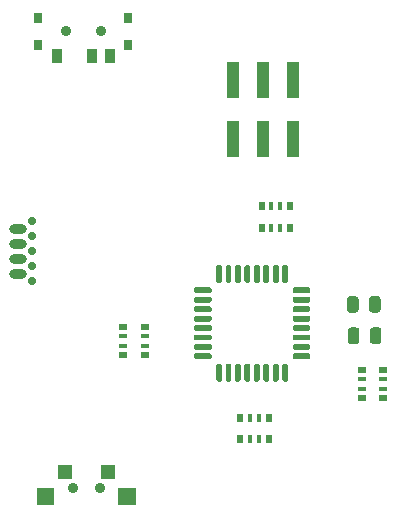
<source format=gbr>
%TF.GenerationSoftware,KiCad,Pcbnew,(5.99.0-2031-g4c5f3cb5b)*%
%TF.CreationDate,2020-06-28T22:12:08-05:00*%
%TF.ProjectId,InfinityMirrorSquare,496e6669-6e69-4747-994d-6972726f7253,rev?*%
%TF.SameCoordinates,Original*%
%TF.FileFunction,Soldermask,Bot*%
%TF.FilePolarity,Negative*%
%FSLAX46Y46*%
G04 Gerber Fmt 4.6, Leading zero omitted, Abs format (unit mm)*
G04 Created by KiCad (PCBNEW (5.99.0-2031-g4c5f3cb5b)) date 2020-06-28 22:12:08*
%MOMM*%
%LPD*%
G01*
G04 APERTURE LIST*
%ADD10R,1.000000X3.150000*%
%ADD11C,0.900000*%
%ADD12R,0.900000X1.250000*%
%ADD13R,0.800000X0.900000*%
%ADD14R,1.200000X1.200000*%
%ADD15R,0.800000X0.500000*%
%ADD16R,0.800000X0.400000*%
%ADD17R,0.500000X0.800000*%
%ADD18R,0.400000X0.800000*%
%ADD19C,0.700000*%
%ADD20O,1.500000X0.800000*%
G04 APERTURE END LIST*
D10*
%TO.C,J1*%
X113040000Y-42525000D03*
X113040000Y-37475000D03*
X110500000Y-42525000D03*
X110500000Y-37475000D03*
X107960000Y-42525000D03*
X107960000Y-37475000D03*
%TD*%
%TO.C,U1*%
G36*
G01*
X112587500Y-53300000D02*
X112587500Y-54550000D01*
G75*
G02*
X112462500Y-54675000I-125000J0D01*
G01*
X112212500Y-54675000D01*
G75*
G02*
X112087500Y-54550000I0J125000D01*
G01*
X112087500Y-53300000D01*
G75*
G02*
X112212500Y-53175000I125000J0D01*
G01*
X112462500Y-53175000D01*
G75*
G02*
X112587500Y-53300000I0J-125000D01*
G01*
G37*
G36*
G01*
X111787500Y-53300000D02*
X111787500Y-54550000D01*
G75*
G02*
X111662500Y-54675000I-125000J0D01*
G01*
X111412500Y-54675000D01*
G75*
G02*
X111287500Y-54550000I0J125000D01*
G01*
X111287500Y-53300000D01*
G75*
G02*
X111412500Y-53175000I125000J0D01*
G01*
X111662500Y-53175000D01*
G75*
G02*
X111787500Y-53300000I0J-125000D01*
G01*
G37*
G36*
G01*
X110987500Y-53300000D02*
X110987500Y-54550000D01*
G75*
G02*
X110862500Y-54675000I-125000J0D01*
G01*
X110612500Y-54675000D01*
G75*
G02*
X110487500Y-54550000I0J125000D01*
G01*
X110487500Y-53300000D01*
G75*
G02*
X110612500Y-53175000I125000J0D01*
G01*
X110862500Y-53175000D01*
G75*
G02*
X110987500Y-53300000I0J-125000D01*
G01*
G37*
G36*
G01*
X110187500Y-53300000D02*
X110187500Y-54550000D01*
G75*
G02*
X110062500Y-54675000I-125000J0D01*
G01*
X109812500Y-54675000D01*
G75*
G02*
X109687500Y-54550000I0J125000D01*
G01*
X109687500Y-53300000D01*
G75*
G02*
X109812500Y-53175000I125000J0D01*
G01*
X110062500Y-53175000D01*
G75*
G02*
X110187500Y-53300000I0J-125000D01*
G01*
G37*
G36*
G01*
X109387500Y-53300000D02*
X109387500Y-54550000D01*
G75*
G02*
X109262500Y-54675000I-125000J0D01*
G01*
X109012500Y-54675000D01*
G75*
G02*
X108887500Y-54550000I0J125000D01*
G01*
X108887500Y-53300000D01*
G75*
G02*
X109012500Y-53175000I125000J0D01*
G01*
X109262500Y-53175000D01*
G75*
G02*
X109387500Y-53300000I0J-125000D01*
G01*
G37*
G36*
G01*
X108587500Y-53300000D02*
X108587500Y-54550000D01*
G75*
G02*
X108462500Y-54675000I-125000J0D01*
G01*
X108212500Y-54675000D01*
G75*
G02*
X108087500Y-54550000I0J125000D01*
G01*
X108087500Y-53300000D01*
G75*
G02*
X108212500Y-53175000I125000J0D01*
G01*
X108462500Y-53175000D01*
G75*
G02*
X108587500Y-53300000I0J-125000D01*
G01*
G37*
G36*
G01*
X107787500Y-53300000D02*
X107787500Y-54550000D01*
G75*
G02*
X107662500Y-54675000I-125000J0D01*
G01*
X107412500Y-54675000D01*
G75*
G02*
X107287500Y-54550000I0J125000D01*
G01*
X107287500Y-53300000D01*
G75*
G02*
X107412500Y-53175000I125000J0D01*
G01*
X107662500Y-53175000D01*
G75*
G02*
X107787500Y-53300000I0J-125000D01*
G01*
G37*
G36*
G01*
X106987500Y-53300000D02*
X106987500Y-54550000D01*
G75*
G02*
X106862500Y-54675000I-125000J0D01*
G01*
X106612500Y-54675000D01*
G75*
G02*
X106487500Y-54550000I0J125000D01*
G01*
X106487500Y-53300000D01*
G75*
G02*
X106612500Y-53175000I125000J0D01*
G01*
X106862500Y-53175000D01*
G75*
G02*
X106987500Y-53300000I0J-125000D01*
G01*
G37*
G36*
G01*
X106112500Y-55175000D02*
X106112500Y-55425000D01*
G75*
G02*
X105987500Y-55550000I-125000J0D01*
G01*
X104737500Y-55550000D01*
G75*
G02*
X104612500Y-55425000I0J125000D01*
G01*
X104612500Y-55175000D01*
G75*
G02*
X104737500Y-55050000I125000J0D01*
G01*
X105987500Y-55050000D01*
G75*
G02*
X106112500Y-55175000I0J-125000D01*
G01*
G37*
G36*
G01*
X106112500Y-55975000D02*
X106112500Y-56225000D01*
G75*
G02*
X105987500Y-56350000I-125000J0D01*
G01*
X104737500Y-56350000D01*
G75*
G02*
X104612500Y-56225000I0J125000D01*
G01*
X104612500Y-55975000D01*
G75*
G02*
X104737500Y-55850000I125000J0D01*
G01*
X105987500Y-55850000D01*
G75*
G02*
X106112500Y-55975000I0J-125000D01*
G01*
G37*
G36*
G01*
X106112500Y-56775000D02*
X106112500Y-57025000D01*
G75*
G02*
X105987500Y-57150000I-125000J0D01*
G01*
X104737500Y-57150000D01*
G75*
G02*
X104612500Y-57025000I0J125000D01*
G01*
X104612500Y-56775000D01*
G75*
G02*
X104737500Y-56650000I125000J0D01*
G01*
X105987500Y-56650000D01*
G75*
G02*
X106112500Y-56775000I0J-125000D01*
G01*
G37*
G36*
G01*
X106112500Y-57575000D02*
X106112500Y-57825000D01*
G75*
G02*
X105987500Y-57950000I-125000J0D01*
G01*
X104737500Y-57950000D01*
G75*
G02*
X104612500Y-57825000I0J125000D01*
G01*
X104612500Y-57575000D01*
G75*
G02*
X104737500Y-57450000I125000J0D01*
G01*
X105987500Y-57450000D01*
G75*
G02*
X106112500Y-57575000I0J-125000D01*
G01*
G37*
G36*
G01*
X106112500Y-58375000D02*
X106112500Y-58625000D01*
G75*
G02*
X105987500Y-58750000I-125000J0D01*
G01*
X104737500Y-58750000D01*
G75*
G02*
X104612500Y-58625000I0J125000D01*
G01*
X104612500Y-58375000D01*
G75*
G02*
X104737500Y-58250000I125000J0D01*
G01*
X105987500Y-58250000D01*
G75*
G02*
X106112500Y-58375000I0J-125000D01*
G01*
G37*
G36*
G01*
X106112500Y-59175000D02*
X106112500Y-59425000D01*
G75*
G02*
X105987500Y-59550000I-125000J0D01*
G01*
X104737500Y-59550000D01*
G75*
G02*
X104612500Y-59425000I0J125000D01*
G01*
X104612500Y-59175000D01*
G75*
G02*
X104737500Y-59050000I125000J0D01*
G01*
X105987500Y-59050000D01*
G75*
G02*
X106112500Y-59175000I0J-125000D01*
G01*
G37*
G36*
G01*
X106112500Y-59975000D02*
X106112500Y-60225000D01*
G75*
G02*
X105987500Y-60350000I-125000J0D01*
G01*
X104737500Y-60350000D01*
G75*
G02*
X104612500Y-60225000I0J125000D01*
G01*
X104612500Y-59975000D01*
G75*
G02*
X104737500Y-59850000I125000J0D01*
G01*
X105987500Y-59850000D01*
G75*
G02*
X106112500Y-59975000I0J-125000D01*
G01*
G37*
G36*
G01*
X106112500Y-60775000D02*
X106112500Y-61025000D01*
G75*
G02*
X105987500Y-61150000I-125000J0D01*
G01*
X104737500Y-61150000D01*
G75*
G02*
X104612500Y-61025000I0J125000D01*
G01*
X104612500Y-60775000D01*
G75*
G02*
X104737500Y-60650000I125000J0D01*
G01*
X105987500Y-60650000D01*
G75*
G02*
X106112500Y-60775000I0J-125000D01*
G01*
G37*
G36*
G01*
X106987500Y-61650000D02*
X106987500Y-62900000D01*
G75*
G02*
X106862500Y-63025000I-125000J0D01*
G01*
X106612500Y-63025000D01*
G75*
G02*
X106487500Y-62900000I0J125000D01*
G01*
X106487500Y-61650000D01*
G75*
G02*
X106612500Y-61525000I125000J0D01*
G01*
X106862500Y-61525000D01*
G75*
G02*
X106987500Y-61650000I0J-125000D01*
G01*
G37*
G36*
G01*
X107787500Y-61650000D02*
X107787500Y-62900000D01*
G75*
G02*
X107662500Y-63025000I-125000J0D01*
G01*
X107412500Y-63025000D01*
G75*
G02*
X107287500Y-62900000I0J125000D01*
G01*
X107287500Y-61650000D01*
G75*
G02*
X107412500Y-61525000I125000J0D01*
G01*
X107662500Y-61525000D01*
G75*
G02*
X107787500Y-61650000I0J-125000D01*
G01*
G37*
G36*
G01*
X108587500Y-61650000D02*
X108587500Y-62900000D01*
G75*
G02*
X108462500Y-63025000I-125000J0D01*
G01*
X108212500Y-63025000D01*
G75*
G02*
X108087500Y-62900000I0J125000D01*
G01*
X108087500Y-61650000D01*
G75*
G02*
X108212500Y-61525000I125000J0D01*
G01*
X108462500Y-61525000D01*
G75*
G02*
X108587500Y-61650000I0J-125000D01*
G01*
G37*
G36*
G01*
X109387500Y-61650000D02*
X109387500Y-62900000D01*
G75*
G02*
X109262500Y-63025000I-125000J0D01*
G01*
X109012500Y-63025000D01*
G75*
G02*
X108887500Y-62900000I0J125000D01*
G01*
X108887500Y-61650000D01*
G75*
G02*
X109012500Y-61525000I125000J0D01*
G01*
X109262500Y-61525000D01*
G75*
G02*
X109387500Y-61650000I0J-125000D01*
G01*
G37*
G36*
G01*
X110187500Y-61650000D02*
X110187500Y-62900000D01*
G75*
G02*
X110062500Y-63025000I-125000J0D01*
G01*
X109812500Y-63025000D01*
G75*
G02*
X109687500Y-62900000I0J125000D01*
G01*
X109687500Y-61650000D01*
G75*
G02*
X109812500Y-61525000I125000J0D01*
G01*
X110062500Y-61525000D01*
G75*
G02*
X110187500Y-61650000I0J-125000D01*
G01*
G37*
G36*
G01*
X110987500Y-61650000D02*
X110987500Y-62900000D01*
G75*
G02*
X110862500Y-63025000I-125000J0D01*
G01*
X110612500Y-63025000D01*
G75*
G02*
X110487500Y-62900000I0J125000D01*
G01*
X110487500Y-61650000D01*
G75*
G02*
X110612500Y-61525000I125000J0D01*
G01*
X110862500Y-61525000D01*
G75*
G02*
X110987500Y-61650000I0J-125000D01*
G01*
G37*
G36*
G01*
X111787500Y-61650000D02*
X111787500Y-62900000D01*
G75*
G02*
X111662500Y-63025000I-125000J0D01*
G01*
X111412500Y-63025000D01*
G75*
G02*
X111287500Y-62900000I0J125000D01*
G01*
X111287500Y-61650000D01*
G75*
G02*
X111412500Y-61525000I125000J0D01*
G01*
X111662500Y-61525000D01*
G75*
G02*
X111787500Y-61650000I0J-125000D01*
G01*
G37*
G36*
G01*
X112587500Y-61650000D02*
X112587500Y-62900000D01*
G75*
G02*
X112462500Y-63025000I-125000J0D01*
G01*
X112212500Y-63025000D01*
G75*
G02*
X112087500Y-62900000I0J125000D01*
G01*
X112087500Y-61650000D01*
G75*
G02*
X112212500Y-61525000I125000J0D01*
G01*
X112462500Y-61525000D01*
G75*
G02*
X112587500Y-61650000I0J-125000D01*
G01*
G37*
G36*
G01*
X114462500Y-60775000D02*
X114462500Y-61025000D01*
G75*
G02*
X114337500Y-61150000I-125000J0D01*
G01*
X113087500Y-61150000D01*
G75*
G02*
X112962500Y-61025000I0J125000D01*
G01*
X112962500Y-60775000D01*
G75*
G02*
X113087500Y-60650000I125000J0D01*
G01*
X114337500Y-60650000D01*
G75*
G02*
X114462500Y-60775000I0J-125000D01*
G01*
G37*
G36*
G01*
X114462500Y-59975000D02*
X114462500Y-60225000D01*
G75*
G02*
X114337500Y-60350000I-125000J0D01*
G01*
X113087500Y-60350000D01*
G75*
G02*
X112962500Y-60225000I0J125000D01*
G01*
X112962500Y-59975000D01*
G75*
G02*
X113087500Y-59850000I125000J0D01*
G01*
X114337500Y-59850000D01*
G75*
G02*
X114462500Y-59975000I0J-125000D01*
G01*
G37*
G36*
G01*
X114462500Y-59175000D02*
X114462500Y-59425000D01*
G75*
G02*
X114337500Y-59550000I-125000J0D01*
G01*
X113087500Y-59550000D01*
G75*
G02*
X112962500Y-59425000I0J125000D01*
G01*
X112962500Y-59175000D01*
G75*
G02*
X113087500Y-59050000I125000J0D01*
G01*
X114337500Y-59050000D01*
G75*
G02*
X114462500Y-59175000I0J-125000D01*
G01*
G37*
G36*
G01*
X114462500Y-58375000D02*
X114462500Y-58625000D01*
G75*
G02*
X114337500Y-58750000I-125000J0D01*
G01*
X113087500Y-58750000D01*
G75*
G02*
X112962500Y-58625000I0J125000D01*
G01*
X112962500Y-58375000D01*
G75*
G02*
X113087500Y-58250000I125000J0D01*
G01*
X114337500Y-58250000D01*
G75*
G02*
X114462500Y-58375000I0J-125000D01*
G01*
G37*
G36*
G01*
X114462500Y-57575000D02*
X114462500Y-57825000D01*
G75*
G02*
X114337500Y-57950000I-125000J0D01*
G01*
X113087500Y-57950000D01*
G75*
G02*
X112962500Y-57825000I0J125000D01*
G01*
X112962500Y-57575000D01*
G75*
G02*
X113087500Y-57450000I125000J0D01*
G01*
X114337500Y-57450000D01*
G75*
G02*
X114462500Y-57575000I0J-125000D01*
G01*
G37*
G36*
G01*
X114462500Y-56775000D02*
X114462500Y-57025000D01*
G75*
G02*
X114337500Y-57150000I-125000J0D01*
G01*
X113087500Y-57150000D01*
G75*
G02*
X112962500Y-57025000I0J125000D01*
G01*
X112962500Y-56775000D01*
G75*
G02*
X113087500Y-56650000I125000J0D01*
G01*
X114337500Y-56650000D01*
G75*
G02*
X114462500Y-56775000I0J-125000D01*
G01*
G37*
G36*
G01*
X114462500Y-55975000D02*
X114462500Y-56225000D01*
G75*
G02*
X114337500Y-56350000I-125000J0D01*
G01*
X113087500Y-56350000D01*
G75*
G02*
X112962500Y-56225000I0J125000D01*
G01*
X112962500Y-55975000D01*
G75*
G02*
X113087500Y-55850000I125000J0D01*
G01*
X114337500Y-55850000D01*
G75*
G02*
X114462500Y-55975000I0J-125000D01*
G01*
G37*
G36*
G01*
X114462500Y-55175000D02*
X114462500Y-55425000D01*
G75*
G02*
X114337500Y-55550000I-125000J0D01*
G01*
X113087500Y-55550000D01*
G75*
G02*
X112962500Y-55425000I0J125000D01*
G01*
X112962500Y-55175000D01*
G75*
G02*
X113087500Y-55050000I125000J0D01*
G01*
X114337500Y-55050000D01*
G75*
G02*
X114462500Y-55175000I0J-125000D01*
G01*
G37*
%TD*%
D11*
%TO.C,SW2*%
X96750000Y-33375000D03*
X93750000Y-33375000D03*
D12*
X93000000Y-35500000D03*
X96000000Y-35500000D03*
X97500000Y-35500000D03*
D13*
X99050000Y-34525000D03*
X91440000Y-34525000D03*
X91450000Y-32225000D03*
X99050000Y-32225000D03*
%TD*%
%TO.C,SW1*%
G36*
X99700000Y-73500000D02*
G01*
X98200000Y-73500000D01*
X98200000Y-72000000D01*
X99700000Y-72000000D01*
X99700000Y-73500000D01*
G37*
G36*
X92800000Y-73500000D02*
G01*
X91300000Y-73500000D01*
X91300000Y-72000000D01*
X92800000Y-72000000D01*
X92800000Y-73500000D01*
G37*
D11*
X94350000Y-72000000D03*
X96650000Y-72000000D03*
D14*
X97300000Y-70700000D03*
X93700000Y-70700000D03*
%TD*%
D15*
%TO.C,RN4*%
X120650000Y-62050000D03*
D16*
X120650000Y-62850000D03*
D15*
X120650000Y-64450000D03*
D16*
X120650000Y-63650000D03*
D15*
X118850000Y-62050000D03*
D16*
X118850000Y-63650000D03*
X118850000Y-62850000D03*
D15*
X118850000Y-64450000D03*
%TD*%
D17*
%TO.C,RN3*%
X110950000Y-67900000D03*
D18*
X110150000Y-67900000D03*
D17*
X108550000Y-67900000D03*
D18*
X109350000Y-67900000D03*
D17*
X110950000Y-66100000D03*
D18*
X109350000Y-66100000D03*
X110150000Y-66100000D03*
D17*
X108550000Y-66100000D03*
%TD*%
D15*
%TO.C,RN2*%
X98637500Y-60800000D03*
D16*
X98637500Y-60000000D03*
D15*
X98637500Y-58400000D03*
D16*
X98637500Y-59200000D03*
D15*
X100437500Y-60800000D03*
D16*
X100437500Y-59200000D03*
X100437500Y-60000000D03*
D15*
X100437500Y-58400000D03*
%TD*%
D17*
%TO.C,RN1*%
X110337500Y-48200000D03*
D18*
X111137500Y-48200000D03*
D17*
X112737500Y-48200000D03*
D18*
X111937500Y-48200000D03*
D17*
X110337500Y-50000000D03*
D18*
X111937500Y-50000000D03*
X111137500Y-50000000D03*
D17*
X112737500Y-50000000D03*
%TD*%
D19*
%TO.C,J2*%
X90905000Y-54540000D03*
X90905000Y-53270000D03*
X90905000Y-52000000D03*
X90905000Y-50730000D03*
X90905000Y-49460000D03*
D20*
X89750000Y-53905000D03*
X89750000Y-52635000D03*
X89750000Y-51365000D03*
X89750000Y-50095000D03*
%TD*%
%TO.C,C2*%
G36*
G01*
X118612500Y-58693750D02*
X118612500Y-59606250D01*
G75*
G02*
X118368750Y-59850000I-243750J0D01*
G01*
X117881250Y-59850000D01*
G75*
G02*
X117637500Y-59606250I0J243750D01*
G01*
X117637500Y-58693750D01*
G75*
G02*
X117881250Y-58450000I243750J0D01*
G01*
X118368750Y-58450000D01*
G75*
G02*
X118612500Y-58693750I0J-243750D01*
G01*
G37*
G36*
G01*
X120487500Y-58693750D02*
X120487500Y-59606250D01*
G75*
G02*
X120243750Y-59850000I-243750J0D01*
G01*
X119756250Y-59850000D01*
G75*
G02*
X119512500Y-59606250I0J243750D01*
G01*
X119512500Y-58693750D01*
G75*
G02*
X119756250Y-58450000I243750J0D01*
G01*
X120243750Y-58450000D01*
G75*
G02*
X120487500Y-58693750I0J-243750D01*
G01*
G37*
%TD*%
%TO.C,C1*%
G36*
G01*
X118550000Y-56043750D02*
X118550000Y-56956250D01*
G75*
G02*
X118306250Y-57200000I-243750J0D01*
G01*
X117818750Y-57200000D01*
G75*
G02*
X117575000Y-56956250I0J243750D01*
G01*
X117575000Y-56043750D01*
G75*
G02*
X117818750Y-55800000I243750J0D01*
G01*
X118306250Y-55800000D01*
G75*
G02*
X118550000Y-56043750I0J-243750D01*
G01*
G37*
G36*
G01*
X120425000Y-56043750D02*
X120425000Y-56956250D01*
G75*
G02*
X120181250Y-57200000I-243750J0D01*
G01*
X119693750Y-57200000D01*
G75*
G02*
X119450000Y-56956250I0J243750D01*
G01*
X119450000Y-56043750D01*
G75*
G02*
X119693750Y-55800000I243750J0D01*
G01*
X120181250Y-55800000D01*
G75*
G02*
X120425000Y-56043750I0J-243750D01*
G01*
G37*
%TD*%
M02*

</source>
